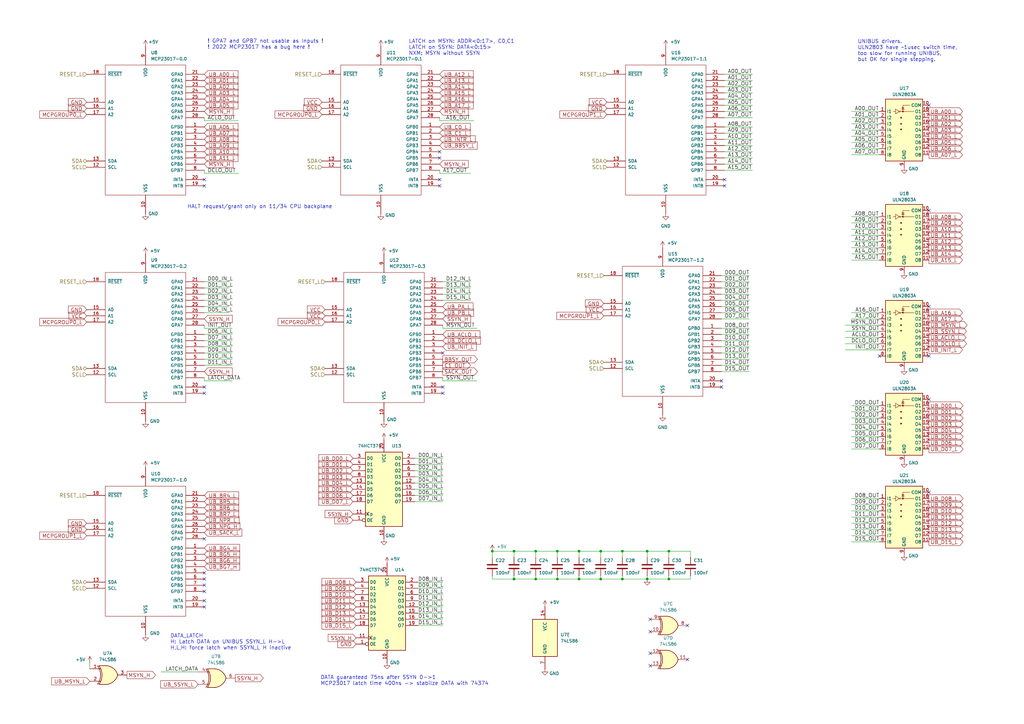
<source format=kicad_sch>
(kicad_sch (version 20231120) (generator "eeschema") (generator_version "8.0")
  (paper "A3")
  (title_block (date "2024-07-18"))
  (lib_symbols
    (symbol "74xx:74LS374"
      (property "Reference" "U" (at -7.62 16.51 0))
      (property "Value" "74LS374" (at -7.62 -16.51 0))
      (symbol "74LS374_1_0"
        (pin input inverted (at -12.7 -12.7 0) (length 5.08) (name "OE") (number "1"))
        (pin power_in line (at 0 -20.32 90) (length 5.08) (name "GND") (number "10"))
        (pin input clock (at -12.7 -10.16 0) (length 5.08) (name "Cp") (number "11"))
        (pin tri_state line (at 12.7 2.54 180) (length 5.08) (name "O4") (number "12"))
        (pin input line (at -12.7 2.54 0) (length 5.08) (name "D4") (number "13"))
        (pin input line (at -12.7 0 0) (length 5.08) (name "D5") (number "14"))
        (pin tri_state line (at 12.7 0 180) (length 5.08) (name "O5") (number "15"))
        (pin tri_state line (at 12.7 -2.54 180) (length 5.08) (name "O6") (number "16"))
        (pin input line (at -12.7 -2.54 0) (length 5.08) (name "D6") (number "17"))
        (pin input line (at -12.7 -5.08 0) (length 5.08) (name "D7") (number "18"))
        (pin tri_state line (at 12.7 -5.08 180) (length 5.08) (name "O7") (number "19"))
        (pin tri_state line (at 12.7 12.7 180) (length 5.08) (name "O0") (number "2"))
        (pin power_in line (at 0 20.32 270) (length 5.08) (name "VCC") (number "20"))
        (pin input line (at -12.7 12.7 0) (length 5.08) (name "D0") (number "3"))
        (pin input line (at -12.7 10.16 0) (length 5.08) (name "D1") (number "4"))
        (pin tri_state line (at 12.7 10.16 180) (length 5.08) (name "O1") (number "5"))
        (pin tri_state line (at 12.7 7.62 180) (length 5.08) (name "O2") (number "6"))
        (pin input line (at -12.7 7.62 0) (length 5.08) (name "D2") (number "7"))
        (pin input line (at -12.7 5.08 0) (length 5.08) (name "D3") (number "8"))
        (pin tri_state line (at 12.7 5.08 180) (length 5.08) (name "O3") (number "9"))
      )
    )
    (symbol "74xx:74LS86" (pin_names (offset 1.016))
      (property "Reference" "U" (at 0 1.27 0))
      (property "Value" "74LS86" (at 0 -1.27 0))
      (symbol "74LS86_1_0"
        (pin input line (at -7.62 2.54 0) (length 4.445) (name "~") (number "1"))
        (pin input line (at -7.62 -2.54 0) (length 4.445) (name "~") (number "2"))
        (pin output line (at 7.62 0 180) (length 3.81) (name "~") (number "3"))
      )
      (symbol "74LS86_2_0"
        (pin input line (at -7.62 2.54 0) (length 4.445) (name "~") (number "4"))
        (pin input line (at -7.62 -2.54 0) (length 4.445) (name "~") (number "5"))
        (pin output line (at 7.62 0 180) (length 3.81) (name "~") (number "6"))
      )
      (symbol "74LS86_3_0"
        (pin input line (at -7.62 -2.54 0) (length 4.445) (name "~") (number "10"))
        (pin output line (at 7.62 0 180) (length 3.81) (name "~") (number "8"))
        (pin input line (at -7.62 2.54 0) (length 4.445) (name "~") (number "9"))
      )
      (symbol "74LS86_4_0"
        (pin output line (at 7.62 0 180) (length 3.81) (name "~") (number "11"))
        (pin input line (at -7.62 2.54 0) (length 4.445) (name "~") (number "12"))
        (pin input line (at -7.62 -2.54 0) (length 4.445) (name "~") (number "13"))
      )
      (symbol "74LS86_5_0"
        (pin power_in line (at 0 12.7 270) (length 5.08) (name "VCC") (number "14"))
        (pin power_in line (at 0 -12.7 90) (length 5.08) (name "GND") (number "7"))
      )
    )
    (symbol "Device:C" (pin_numbers hide) (pin_names (offset 0.254))
      (property "Reference" "C" (at 0.635 2.54 0))
      (property "Value" "C" (at 0.635 -2.54 0))
      (symbol "C_1_1"
        (pin passive line (at 0 3.81 270) (length 2.794) (name "~") (number "1"))
        (pin passive line (at 0 -3.81 90) (length 2.794) (name "~") (number "2"))
      )
    )
    (symbol "Transistor_Array:ULN2803A"
      (property "Reference" "U" (at 0 13.335 0))
      (property "Value" "ULN2803A" (at 0 11.43 0))
      (symbol "ULN2803A_1_1"
        (pin input line (at -10.16 5.08 0) (length 2.54) (name "I1") (number "1"))
        (pin passive line (at 10.16 7.62 180) (length 2.54) (name "COM") (number "10"))
        (pin open_collector line (at 10.16 -12.7 180) (length 2.54) (name "O8") (number "11"))
        (pin open_collector line (at 10.16 -10.16 180) (length 2.54) (name "O7") (number "12"))
        (pin open_collector line (at 10.16 -7.62 180) (length 2.54) (name "O6") (number "13"))
        (pin open_collector line (at 10.16 -5.08 180) (length 2.54) (name "O5") (number "14"))
        (pin open_collector line (at 10.16 -2.54 180) (length 2.54) (name "O4") (number "15"))
        (pin open_collector line (at 10.16 0 180) (length 2.54) (name "O3") (number "16"))
        (pin open_collector line (at 10.16 2.54 180) (length 2.54) (name "O2") (number "17"))
        (pin open_collector line (at 10.16 5.08 180) (length 2.54) (name "O1") (number "18"))
        (pin input line (at -10.16 2.54 0) (length 2.54) (name "I2") (number "2"))
        (pin input line (at -10.16 0 0) (length 2.54) (name "I3") (number "3"))
        (pin input line (at -10.16 -2.54 0) (length 2.54) (name "I4") (number "4"))
        (pin input line (at -10.16 -5.08 0) (length 2.54) (name "I5") (number "5"))
        (pin input line (at -10.16 -7.62 0) (length 2.54) (name "I6") (number "6"))
        (pin input line (at -10.16 -10.16 0) (length 2.54) (name "I7") (number "7"))
        (pin input line (at -10.16 -12.7 0) (length 2.54) (name "I8") (number "8"))
        (pin power_in line (at 0 -17.78 90) (length 2.54) (name "GND") (number "9"))
      )
    )
    (symbol "jh:MCP23017" (pin_names (offset 1.016))
      (property "Reference" "U" (at -13.97 27.94 0))
      (property "Value" "MCP23017" (at 11.43 -27.94 0))
      (symbol "MCP23017_1_1"
        (pin tri_state line (at 24.13 1.27 180) (length 7.62) (name "GPB0") (number "1"))
        (pin power_in line (at 0 -34.29 90) (length 7.62) (name "VSS") (number "10"))
        (pin input line (at -24.13 -15.24 0) (length 7.62) (name "SCL") (number "12"))
        (pin tri_state line (at -24.13 -12.7 0) (length 7.62) (name "SDA") (number "13"))
        (pin input line (at -24.13 11.43 0) (length 7.62) (name "A0") (number "15"))
        (pin input line (at -24.13 8.89 0) (length 7.62) (name "A1") (number "16"))
        (pin input line (at -24.13 6.35 0) (length 7.62) (name "A2") (number "17"))
        (pin input line (at -24.13 22.86 0) (length 7.62) (name "~{RESET}") (number "18"))
        (pin output line (at 24.13 -22.86 180) (length 7.62) (name "INTB") (number "19"))
        (pin tri_state line (at 24.13 -1.27 180) (length 7.62) (name "GPB1") (number "2"))
        (pin output line (at 24.13 -20.32 180) (length 7.62) (name "INTA") (number "20"))
        (pin tri_state line (at 24.13 22.86 180) (length 7.62) (name "GPA0") (number "21"))
        (pin tri_state line (at 24.13 20.32 180) (length 7.62) (name "GPA1") (number "22"))
        (pin tri_state line (at 24.13 17.78 180) (length 7.62) (name "GPA2") (number "23"))
        (pin tri_state line (at 24.13 15.24 180) (length 7.62) (name "GPA3") (number "24"))
        (pin tri_state line (at 24.13 12.7 180) (length 7.62) (name "GPA4") (number "25"))
        (pin tri_state line (at 24.13 10.16 180) (length 7.62) (name "GPA5") (number "26"))
        (pin tri_state line (at 24.13 7.62 180) (length 7.62) (name "GPA6") (number "27"))
        (pin tri_state line (at 24.13 5.08 180) (length 7.62) (name "GPA7") (number "28"))
        (pin tri_state line (at 24.13 -3.81 180) (length 7.62) (name "GPB2") (number "3"))
        (pin tri_state line (at 24.13 -6.35 180) (length 7.62) (name "GPB3") (number "4"))
        (pin tri_state line (at 24.13 -8.89 180) (length 7.62) (name "GPB4") (number "5"))
        (pin tri_state line (at 24.13 -11.43 180) (length 7.62) (name "GPB5") (number "6"))
        (pin tri_state line (at 24.13 -13.97 180) (length 7.62) (name "GPB6") (number "7"))
        (pin tri_state line (at 24.13 -16.51 180) (length 7.62) (name "GPB7") (number "8"))
        (pin power_in line (at 0 34.29 270) (length 7.62) (name "VDD") (number "9"))
      )
    )
    (symbol "power:+5V" (power) (pin_numbers hide) (pin_names (offset 0) hide)
      (property "Value" "+5V" (at 0 3.556 0))
      (symbol "+5V_1_1"
        (pin power_in line (at 0 0 90) (length 0) (name "~") (number "1"))
      )
    )
    (symbol "power:GND" (power) (pin_numbers hide) (pin_names (offset 0) hide)
      (property "Value" "GND" (at 0 -3.81 0))
      (symbol "GND_1_1"
        (pin power_in line (at 0 0 270) (length 0) (name "~") (number "1"))
      )
    )
  )
  (junction (at 246.38 237.49))
  (junction (at 210.82 226.06))
  (junction (at 265.43 226.06))
  (junction (at 255.27 237.49))
  (junction (at 219.71 226.06))
  (junction (at 228.6 237.49))
  (junction (at 246.38 226.06))
  (junction (at 265.43 237.49))
  (junction (at 201.93 226.06))
  (junction (at 210.82 237.49))
  (junction (at 237.49 237.49))
  (junction (at 274.32 226.06))
  (junction (at 228.6 226.06))
  (junction (at 255.27 226.06))
  (junction (at 274.32 237.49))
  (junction (at 219.71 237.49))
  (junction (at 237.49 226.06))
  (no_connect (at 381 125.73))
  (no_connect (at 381 43.18))
  (no_connect (at 180.34 62.23))
  (no_connect (at 381 146.05))
  (no_connect (at 83.82 246.38))
  (no_connect (at 266.7 267.97))
  (no_connect (at 83.82 237.49))
  (no_connect (at 180.34 73.66))
  (no_connect (at 181.61 158.75))
  (no_connect (at 83.82 76.2))
  (no_connect (at 281.94 256.54))
  (no_connect (at 180.34 76.2))
  (no_connect (at 295.91 158.75))
  (no_connect (at 281.94 270.51))
  (no_connect (at 381 163.83))
  (no_connect (at 83.82 240.03))
  (no_connect (at 180.34 64.77))
  (no_connect (at 83.82 248.92))
  (no_connect (at 83.82 161.29))
  (no_connect (at 297.18 73.66))
  (no_connect (at 83.82 73.66))
  (no_connect (at 381 201.93))
  (no_connect (at 83.82 158.75))
  (no_connect (at 360.68 146.05))
  (no_connect (at 295.91 156.21))
  (no_connect (at 83.82 220.98))
  (no_connect (at 297.18 76.2))
  (no_connect (at 83.82 234.95))
  (no_connect (at 181.61 144.78))
  (no_connect (at 83.82 242.57))
  (no_connect (at 181.61 161.29))
  (no_connect (at 381 86.36))
  (no_connect (at 266.7 273.05))
  (no_connect (at 266.7 259.08))
  (no_connect (at 266.7 254))
  (wire (pts (xy 297.18 57.15) (xy 308.61 57.15)))
  (wire (pts (xy 283.21 236.22) (xy 283.21 237.49)))
  (wire (pts (xy 295.91 120.65) (xy 307.34 120.65)))
  (wire (pts (xy 180.34 49.53) (xy 194.31 49.53)))
  (wire (pts (xy 170.18 190.5) (xy 181.61 190.5)))
  (wire (pts (xy 349.25 101.6) (xy 360.68 101.6)))
  (wire (pts (xy 83.82 154.94) (xy 83.82 156.21)))
  (wire (pts (xy 210.82 236.22) (xy 210.82 237.49)))
  (wire (pts (xy 349.25 212.09) (xy 360.68 212.09)))
  (wire (pts (xy 36.83 271.78) (xy 36.83 274.32)))
  (wire (pts (xy 349.25 63.5) (xy 360.68 63.5)))
  (wire (pts (xy 295.91 128.27) (xy 307.34 128.27)))
  (wire (pts (xy 297.18 38.1) (xy 308.61 38.1)))
  (wire (pts (xy 83.82 139.7) (xy 95.25 139.7)))
  (wire (pts (xy 170.18 203.2) (xy 181.61 203.2)))
  (wire (pts (xy 83.82 147.32) (xy 95.25 147.32)))
  (wire (pts (xy 349.25 222.25) (xy 360.68 222.25)))
  (wire (pts (xy 181.61 123.19) (xy 193.04 123.19)))
  (wire (pts (xy 210.82 226.06) (xy 210.82 228.6)))
  (wire (pts (xy 297.18 64.77) (xy 308.61 64.77)))
  (wire (pts (xy 349.25 204.47) (xy 360.68 204.47)))
  (wire (pts (xy 66.04 275.59) (xy 81.28 275.59)))
  (wire (pts (xy 295.91 113.03) (xy 307.34 113.03)))
  (wire (pts (xy 201.93 226.06) (xy 210.82 226.06)))
  (wire (pts (xy 349.25 45.72) (xy 360.68 45.72)))
  (wire (pts (xy 349.25 214.63) (xy 360.68 214.63)))
  (wire (pts (xy 83.82 115.57) (xy 93.98 115.57)))
  (wire (pts (xy 295.91 144.78) (xy 307.34 144.78)))
  (wire (pts (xy 346.71 135.89) (xy 360.68 135.89)))
  (wire (pts (xy 171.45 248.92) (xy 181.61 248.92)))
  (wire (pts (xy 83.82 133.35) (xy 83.82 134.62)))
  (wire (pts (xy 181.61 120.65) (xy 193.04 120.65)))
  (wire (pts (xy 349.25 93.98) (xy 360.68 93.98)))
  (wire (pts (xy 83.82 123.19) (xy 93.98 123.19)))
  (wire (pts (xy 295.91 134.62) (xy 307.34 134.62)))
  (wire (pts (xy 181.61 156.21) (xy 195.58 156.21)))
  (wire (pts (xy 181.61 134.62) (xy 195.58 134.62)))
  (wire (pts (xy 180.34 69.85) (xy 180.34 71.12)))
  (wire (pts (xy 83.82 120.65) (xy 93.98 120.65)))
  (wire (pts (xy 349.25 168.91) (xy 360.68 168.91)))
  (wire (pts (xy 201.93 236.22) (xy 201.93 237.49)))
  (wire (pts (xy 210.82 226.06) (xy 219.71 226.06)))
  (wire (pts (xy 170.18 200.66) (xy 181.61 200.66)))
  (wire (pts (xy 201.93 226.06) (xy 201.93 228.6)))
  (wire (pts (xy 349.25 50.8) (xy 360.68 50.8)))
  (wire (pts (xy 219.71 226.06) (xy 228.6 226.06)))
  (wire (pts (xy 297.18 43.18) (xy 308.61 43.18)))
  (wire (pts (xy 295.91 142.24) (xy 307.34 142.24)))
  (wire (pts (xy 349.25 179.07) (xy 360.68 179.07)))
  (wire (pts (xy 181.61 115.57) (xy 193.04 115.57)))
  (wire (pts (xy 228.6 237.49) (xy 237.49 237.49)))
  (wire (pts (xy 170.18 198.12) (xy 181.61 198.12)))
  (wire (pts (xy 237.49 236.22) (xy 237.49 237.49)))
  (wire (pts (xy 83.82 137.16) (xy 95.25 137.16)))
  (wire (pts (xy 181.61 133.35) (xy 181.61 134.62)))
  (wire (pts (xy 171.45 246.38) (xy 181.61 246.38)))
  (wire (pts (xy 295.91 115.57) (xy 307.34 115.57)))
  (wire (pts (xy 349.25 99.06) (xy 360.68 99.06)))
  (wire (pts (xy 349.25 60.96) (xy 360.68 60.96)))
  (wire (pts (xy 83.82 144.78) (xy 95.25 144.78)))
  (wire (pts (xy 180.34 71.12) (xy 193.04 71.12)))
  (wire (pts (xy 83.82 125.73) (xy 93.98 125.73)))
  (wire (pts (xy 295.91 125.73) (xy 307.34 125.73)))
  (wire (pts (xy 237.49 237.49) (xy 246.38 237.49)))
  (wire (pts (xy 349.25 91.44) (xy 360.68 91.44)))
  (wire (pts (xy 297.18 67.31) (xy 308.61 67.31)))
  (wire (pts (xy 297.18 48.26) (xy 308.61 48.26)))
  (wire (pts (xy 349.25 48.26) (xy 360.68 48.26)))
  (wire (pts (xy 295.91 152.4) (xy 307.34 152.4)))
  (wire (pts (xy 346.71 140.97) (xy 360.68 140.97)))
  (wire (pts (xy 349.25 217.17) (xy 360.68 217.17)))
  (wire (pts (xy 180.34 48.26) (xy 180.34 49.53)))
  (wire (pts (xy 228.6 236.22) (xy 228.6 237.49)))
  (wire (pts (xy 228.6 226.06) (xy 237.49 226.06)))
  (wire (pts (xy 349.25 181.61) (xy 360.68 181.61)))
  (wire (pts (xy 83.82 49.53) (xy 97.79 49.53)))
  (wire (pts (xy 295.91 149.86) (xy 307.34 149.86)))
  (wire (pts (xy 83.82 118.11) (xy 93.98 118.11)))
  (wire (pts (xy 171.45 241.3) (xy 181.61 241.3)))
  (wire (pts (xy 246.38 226.06) (xy 255.27 226.06)))
  (wire (pts (xy 83.82 149.86) (xy 95.25 149.86)))
  (wire (pts (xy 297.18 59.69) (xy 308.61 59.69)))
  (wire (pts (xy 349.25 53.34) (xy 360.68 53.34)))
  (wire (pts (xy 181.61 118.11) (xy 193.04 118.11)))
  (wire (pts (xy 349.25 96.52) (xy 360.68 96.52)))
  (wire (pts (xy 170.18 187.96) (xy 181.61 187.96)))
  (wire (pts (xy 83.82 48.26) (xy 83.82 49.53)))
  (wire (pts (xy 171.45 238.76) (xy 181.61 238.76)))
  (wire (pts (xy 265.43 237.49) (xy 265.43 236.22)))
  (wire (pts (xy 349.25 88.9) (xy 360.68 88.9)))
  (wire (pts (xy 349.25 130.81) (xy 360.68 130.81)))
  (wire (pts (xy 297.18 33.02) (xy 308.61 33.02)))
  (wire (pts (xy 255.27 226.06) (xy 265.43 226.06)))
  (wire (pts (xy 295.91 147.32) (xy 307.34 147.32)))
  (wire (pts (xy 265.43 237.49) (xy 274.32 237.49)))
  (wire (pts (xy 349.25 58.42) (xy 360.68 58.42)))
  (wire (pts (xy 265.43 226.06) (xy 265.43 228.6)))
  (wire (pts (xy 297.18 62.23) (xy 308.61 62.23)))
  (wire (pts (xy 246.38 226.06) (xy 246.38 228.6)))
  (wire (pts (xy 246.38 236.22) (xy 246.38 237.49)))
  (wire (pts (xy 283.21 226.06) (xy 283.21 228.6)))
  (wire (pts (xy 255.27 226.06) (xy 255.27 228.6)))
  (wire (pts (xy 237.49 226.06) (xy 246.38 226.06)))
  (wire (pts (xy 349.25 128.27) (xy 360.68 128.27)))
  (wire (pts (xy 297.18 40.64) (xy 308.61 40.64)))
  (wire (pts (xy 237.49 226.06) (xy 237.49 228.6)))
  (wire (pts (xy 201.93 237.49) (xy 210.82 237.49)))
  (wire (pts (xy 349.25 209.55) (xy 360.68 209.55)))
  (wire (pts (xy 349.25 106.68) (xy 360.68 106.68)))
  (wire (pts (xy 170.18 195.58) (xy 181.61 195.58)))
  (wire (pts (xy 349.25 173.99) (xy 360.68 173.99)))
  (wire (pts (xy 349.25 219.71) (xy 360.68 219.71)))
  (wire (pts (xy 83.82 128.27) (xy 93.98 128.27)))
  (wire (pts (xy 295.91 139.7) (xy 307.34 139.7)))
  (wire (pts (xy 349.25 104.14) (xy 360.68 104.14)))
  (wire (pts (xy 255.27 237.49) (xy 265.43 237.49)))
  (wire (pts (xy 83.82 134.62) (xy 95.25 134.62)))
  (wire (pts (xy 83.82 69.85) (xy 83.82 71.12)))
  (wire (pts (xy 255.27 236.22) (xy 255.27 237.49)))
  (wire (pts (xy 349.25 166.37) (xy 360.68 166.37)))
  (wire (pts (xy 265.43 226.06) (xy 274.32 226.06)))
  (wire (pts (xy 346.71 143.51) (xy 360.68 143.51)))
  (wire (pts (xy 246.38 237.49) (xy 255.27 237.49)))
  (wire (pts (xy 349.25 171.45) (xy 360.68 171.45)))
  (wire (pts (xy 228.6 226.06) (xy 228.6 228.6)))
  (wire (pts (xy 83.82 71.12) (xy 97.79 71.12)))
  (wire (pts (xy 274.32 226.06) (xy 283.21 226.06)))
  (wire (pts (xy 83.82 156.21) (xy 95.25 156.21)))
  (wire (pts (xy 295.91 118.11) (xy 307.34 118.11)))
  (wire (pts (xy 170.18 193.04) (xy 181.61 193.04)))
  (wire (pts (xy 219.71 237.49) (xy 228.6 237.49)))
  (wire (pts (xy 297.18 35.56) (xy 308.61 35.56)))
  (wire (pts (xy 181.61 154.94) (xy 181.61 156.21)))
  (wire (pts (xy 171.45 256.54) (xy 181.61 256.54)))
  (wire (pts (xy 219.71 236.22) (xy 219.71 237.49)))
  (wire (pts (xy 274.32 237.49) (xy 283.21 237.49)))
  (wire (pts (xy 295.91 137.16) (xy 307.34 137.16)))
  (wire (pts (xy 171.45 254) (xy 181.61 254)))
  (wire (pts (xy 171.45 243.84) (xy 181.61 243.84)))
  (wire (pts (xy 219.71 226.06) (xy 219.71 228.6)))
  (wire (pts (xy 349.25 207.01) (xy 360.68 207.01)))
  (wire (pts (xy 297.18 45.72) (xy 308.61 45.72)))
  (wire (pts (xy 171.45 251.46) (xy 181.61 251.46)))
  (wire (pts (xy 349.25 184.15) (xy 360.68 184.15)))
  (wire (pts (xy 349.25 55.88) (xy 360.68 55.88)))
  (wire (pts (xy 170.18 205.74) (xy 181.61 205.74)))
  (wire (pts (xy 274.32 226.06) (xy 274.32 228.6)))
  (wire (pts (xy 295.91 130.81) (xy 307.34 130.81)))
  (wire (pts (xy 83.82 142.24) (xy 95.25 142.24)))
  (wire (pts (xy 274.32 236.22) (xy 274.32 237.49)))
  (wire (pts (xy 297.18 30.48) (xy 308.61 30.48)))
  (wire (pts (xy 346.71 138.43) (xy 360.68 138.43)))
  (wire (pts (xy 297.18 54.61) (xy 308.61 54.61)))
  (wire (pts (xy 349.25 176.53) (xy 360.68 176.53)))
  (wire (pts (xy 295.91 123.19) (xy 307.34 123.19)))
  (wire (pts (xy 346.71 133.35) (xy 360.68 133.35)))
  (wire (pts (xy 297.18 52.07) (xy 308.61 52.07)))
  (wire (pts (xy 210.82 237.49) (xy 219.71 237.49)))
  (wire (pts (xy 297.18 69.85) (xy 308.61 69.85)))
  (text "! GPA7 and GPB7 not usable as Inputs !\n! 2022 MCP23017 has a bug here !" (at 85.09 20.32 0) (effects (font (size 1.524 1.524)) (justify left bottom)))
  (text "LATCH on MSYN: ADDR<0:17>, C0,C1\nLATCH on SSYN: DATA<0:15>\nNXM: MSYN without SSYN" (at 167.64 22.86 0) (effects (font (size 1.524 1.524)) (justify left bottom)))
  (text "HALT request/grant only on 11/34 CPU backplane" (at 76.835 85.725 0) (effects (font (size 1.524 1.524)) (justify left bottom)))
  (text "UNIBUS drivers.\nULN2803 have ~1usec switch time,\ntoo slow for running UNIBUS,\nbut OK for single stepping." (at 351.79 25.4 0) (effects (font (size 1.524 1.524)) (justify left bottom)))
  (text "DATA guaranteed 75ns after SSYN 0->1\nMCP23017 latch time 400ns -> stabilze DATA with 74374" (at 131.445 281.305 0) (effects (font (size 1.524 1.524)) (justify left bottom)))
  (text "DATA_LATCH\nH: Latch DATA on UNIBUS SSYN_L H->L\nH,L,H: force latch when SSYN_L H inactive" (at 69.85 266.7 0) (effects (font (size 1.524 1.524)) (justify left bottom)))
  (label "D10_OUT" (at 350.52 209.55 0) (effects (font (size 1.524 1.524))))
  (label "D04_OUT" (at 297.18 123.19 0) (effects (font (size 1.524 1.524))))
  (label "D07_OUT" (at 350.52 184.15 0) (effects (font (size 1.524 1.524))))
  (label "A11_OUT" (at 298.45 59.69 0) (effects (font (size 1.524 1.524))))
  (label "A06_OUT" (at 350.52 60.96 0) (effects (font (size 1.524 1.524))))
  (label "D11_IN_L" (at 171.45 246.38 0) (effects (font (size 1.524 1.524))))
  (label "A13_OUT" (at 298.45 64.77 0) (effects (font (size 1.524 1.524))))
  (label "A01_OUT" (at 350.52 48.26 0) (effects (font (size 1.524 1.524))))
  (label "A04_OUT" (at 350.52 55.88 0) (effects (font (size 1.524 1.524))))
  (label "A07_OUT" (at 298.45 48.26 0) (effects (font (size 1.524 1.524))))
  (label "D07_IN_L" (at 85.09 139.7 0) (effects (font (size 1.524 1.524))))
  (label "D09_OUT" (at 297.18 137.16 0) (effects (font (size 1.524 1.524))))
  (label "DCLO_OUT" (at 85.09 71.12 0) (effects (font (size 1.524 1.524))))
  (label "D09_IN_L" (at 85.09 144.78 0) (effects (font (size 1.524 1.524))))
  (label "D14_IN_L" (at 171.45 254 0) (effects (font (size 1.524 1.524))))
  (label "MSYN_OUT" (at 360.68 133.35 180) (effects (font (size 1.524 1.524))))
  (label "A16_OUT" (at 182.88 49.53 0) (effects (font (size 1.524 1.524))))
  (label "INIT_OUT" (at 85.09 134.62 0) (effects (font (size 1.524 1.524))))
  (label "D01_IN_L" (at 171.45 190.5 0) (effects (font (size 1.524 1.524))))
  (label "D02_IN_L" (at 171.45 193.04 0) (effects (font (size 1.524 1.524))))
  (label "D06_OUT" (at 350.52 181.61 0) (effects (font (size 1.524 1.524))))
  (label "D05_IN_L" (at 171.45 200.66 0) (effects (font (size 1.524 1.524))))
  (label "D01_IN_L" (at 85.09 118.11 0) (effects (font (size 1.524 1.524))))
  (label "A10_OUT" (at 350.52 93.98 0) (effects (font (size 1.524 1.524))))
  (label "LATCH_DATA" (at 81.28 275.59 180) (effects (font (size 1.524 1.524))))
  (label "D08_IN_L" (at 85.09 142.24 0) (effects (font (size 1.524 1.524))))
  (label "D13_IN_L" (at 182.88 118.11 0) (effects (font (size 1.524 1.524))))
  (label "D10_OUT" (at 297.18 139.7 0) (effects (font (size 1.524 1.524))))
  (label "D04_IN_L" (at 85.09 125.73 0) (effects (font (size 1.524 1.524))))
  (label "A02_OUT" (at 298.45 35.56 0) (effects (font (size 1.524 1.524))))
  (label "A00_OUT" (at 298.45 30.48 0) (effects (font (size 1.524 1.524))))
  (label "D00_IN_L" (at 171.45 187.96 0) (effects (font (size 1.524 1.524))))
  (label "A15_OUT" (at 298.45 69.85 0) (effects (font (size 1.524 1.524))))
  (label "D13_OUT" (at 350.52 217.17 0) (effects (font (size 1.524 1.524))))
  (label "D15_IN_L" (at 171.45 256.54 0) (effects (font (size 1.524 1.524))))
  (label "D02_OUT" (at 297.18 118.11 0) (effects (font (size 1.524 1.524))))
  (label "D12_IN_L" (at 171.45 248.92 0) (effects (font (size 1.524 1.524))))
  (label "DCLO_OUT" (at 360.68 140.97 180) (effects (font (size 1.524 1.524))))
  (label "A17_OUT" (at 181.61 71.12 0) (effects (font (size 1.524 1.524))))
  (label "D00_IN_L" (at 85.09 115.57 0) (effects (font (size 1.524 1.524))))
  (label "D07_OUT" (at 297.18 130.81 0) (effects (font (size 1.524 1.524))))
  (label "A13_OUT" (at 350.52 101.6 0) (effects (font (size 1.524 1.524))))
  (label "A04_OUT" (at 298.45 40.64 0) (effects (font (size 1.524 1.524))))
  (label "D03_OUT" (at 350.52 173.99 0) (effects (font (size 1.524 1.524))))
  (label "D02_OUT" (at 350.52 171.45 0) (effects (font (size 1.524 1.524))))
  (label "D05_OUT" (at 297.18 125.73 0) (effects (font (size 1.524 1.524))))
  (label "SSYN_OUT" (at 182.88 156.21 0) (effects (font (size 1.524 1.524))))
  (label "D10_IN_L" (at 85.09 147.32 0) (effects (font (size 1.524 1.524))))
  (label "D15_OUT" (at 350.52 222.25 0) (effects (font (size 1.524 1.524))))
  (label "D09_IN_L" (at 171.45 241.3 0) (effects (font (size 1.524 1.524))))
  (label "D05_OUT" (at 350.52 179.07 0) (effects (font (size 1.524 1.524))))
  (label "A17_OUT" (at 360.68 130.81 180) (effects (font (size 1.524 1.524))))
  (label "D00_OUT" (at 297.18 113.03 0) (effects (font (size 1.524 1.524))))
  (label "D15_OUT" (at 297.18 152.4 0) (effects (font (size 1.524 1.524))))
  (label "SSYN_OUT" (at 360.68 135.89 180) (effects (font (size 1.524 1.524))))
  (label "A14_OUT" (at 298.45 67.31 0) (effects (font (size 1.524 1.524))))
  (label "D04_OUT" (at 350.52 176.53 0) (effects (font (size 1.524 1.524))))
  (label "D06_IN_L" (at 171.45 203.2 0) (effects (font (size 1.524 1.524))))
  (label "A01_OUT" (at 298.45 33.02 0) (effects (font (size 1.524 1.524))))
  (label "A12_OUT" (at 350.52 99.06 0) (effects (font (size 1.524 1.524))))
  (label "D05_IN_L" (at 85.09 128.27 0) (effects (font (size 1.524 1.524))))
  (label "A09_OUT" (at 350.52 91.44 0) (effects (font (size 1.524 1.524))))
  (label "D12_OUT" (at 350.52 214.63 0) (effects (font (size 1.524 1.524))))
  (label "D01_OUT" (at 297.18 115.57 0) (effects (font (size 1.524 1.524))))
  (label "D09_OUT" (at 350.52 207.01 0) (effects (font (size 1.524 1.524))))
  (label "A11_OUT" (at 350.52 96.52 0) (effects (font (size 1.524 1.524))))
  (label "D13_OUT" (at 297.18 147.32 0) (effects (font (size 1.524 1.524))))
  (label "A16_OUT" (at 360.68 128.27 180) (effects (font (size 1.524 1.524))))
  (label "LATCH_DATA" (at 85.09 156.21 0) (effects (font (size 1.524 1.524))))
  (label "D01_OUT" (at 350.52 168.91 0) (effects (font (size 1.524 1.524))))
  (label "D14_IN_L" (at 182.88 120.65 0) (effects (font (size 1.524 1.524))))
  (label "A14_OUT" (at 350.52 104.14 0) (effects (font (size 1.524 1.524))))
  (label "A10_OUT" (at 298.45 57.15 0) (effects (font (size 1.524 1.524))))
  (label "A06_OUT" (at 298.45 45.72 0) (effects (font (size 1.524 1.524))))
  (label "D07_IN_L" (at 171.45 205.74 0) (effects (font (size 1.524 1.524))))
  (label "D08_OUT" (at 297.18 134.62 0) (effects (font (size 1.524 1.524))))
  (label "A07_OUT" (at 350.52 63.5 0) (effects (font (size 1.524 1.524))))
  (label "A08_OUT" (at 298.45 52.07 0) (effects (font (size 1.524 1.524))))
  (label "D11_IN_L" (at 85.09 149.86 0) (effects (font (size 1.524 1.524))))
  (label "A03_OUT" (at 350.52 53.34 0) (effects (font (size 1.524 1.524))))
  (label "D11_OUT" (at 297.18 142.24 0) (effects (font (size 1.524 1.524))))
  (label "D03_OUT" (at 297.18 120.65 0) (effects (font (size 1.524 1.524))))
  (label "A08_OUT" (at 350.52 88.9 0) (effects (font (size 1.524 1.524))))
  (label "D12_OUT" (at 297.18 144.78 0) (effects (font (size 1.524 1.524))))
  (label "D02_IN_L" (at 85.09 120.65 0) (effects (font (size 1.524 1.524))))
  (label "D13_IN_L" (at 171.45 251.46 0) (effects (font (size 1.524 1.524))))
  (label "D03_IN_L" (at 85.09 123.19 0) (effects (font (size 1.524 1.524))))
  (label "D06_OUT" (at 297.18 128.27 0) (effects (font (size 1.524 1.524))))
  (label "D10_IN_L" (at 171.45 243.84 0) (effects (font (size 1.524 1.524))))
  (label "MSYN_OUT" (at 182.88 134.62 0) (effects (font (size 1.524 1.524))))
  (label "A05_OUT" (at 298.45 43.18 0) (effects (font (size 1.524 1.524))))
  (label "D06_IN_L" (at 85.09 137.16 0) (effects (font (size 1.524 1.524))))
  (label "A12_OUT" (at 298.45 62.23 0) (effects (font (size 1.524 1.524))))
  (label "D03_IN_L" (at 171.45 195.58 0) (effects (font (size 1.524 1.524))))
  (label "D14_OUT" (at 350.52 219.71 0) (effects (font (size 1.524 1.524))))
  (label "A05_OUT" (at 350.52 58.42 0) (effects (font (size 1.524 1.524))))
  (label "D11_OUT" (at 350.52 212.09 0) (effects (font (size 1.524 1.524))))
  (label "A03_OUT" (at 298.45 38.1 0) (effects (font (size 1.524 1.524))))
  (label "ACLO_OUT" (at 360.68 138.43 180) (effects (font (size 1.524 1.524))))
  (label "D15_IN_L" (at 182.88 123.19 0) (effects (font (size 1.524 1.524))))
  (label "D00_OUT" (at 350.52 166.37 0) (effects (font (size 1.524 1.524))))
  (label "A02_OUT" (at 350.52 50.8 0) (effects (font (size 1.524 1.524))))
  (label "ACLO_OUT" (at 85.09 49.53 0) (effects (font (size 1.524 1.524))))
  (label "D08_IN_L" (at 171.45 238.76 0) (effects (font (size 1.524 1.524))))
  (label "D14_OUT" (at 297.18 149.86 0) (effects (font (size 1.524 1.524))))
  (label "A00_OUT" (at 350.52 45.72 0) (effects (font (size 1.524 1.524))))
  (label "INIT_OUT" (at 360.68 143.51 180) (effects (font (size 1.524 1.524))))
  (label "A15_OUT" (at 350.52 106.68 0) (effects (font (size 1.524 1.524))))
  (label "D04_IN_L" (at 171.45 198.12 0) (effects (font (size 1.524 1.524))))
  (label "A09_OUT" (at 298.45 54.61 0) (effects (font (size 1.524 1.524))))
  (label "D08_OUT" (at 350.52 204.47 0) (effects (font (size 1.524 1.524))))
  (label "D12_IN_L" (at 182.88 115.57 0) (effects (font (size 1.524 1.524))))
  (global_label "MCPGROUP0_L" (shape input) (at 35.56 132.08 180) (effects (font (size 1.524 1.524))) (property "Intersheetrefs" "${INTERSHEET_REFS}" (effects (hide yes))))
  (global_label "UB_INTR_L" (shape input) (at 180.34 57.15 0) (effects (font (size 1.524 1.524))) (property "Intersheetrefs" "${INTERSHEET_REFS}" (effects (hide yes))))
  (global_label "UB_A08_L" (shape input) (at 83.82 57.15 0) (effects (font (size 1.524 1.524))) (property "Intersheetrefs" "${INTERSHEET_REFS}" (effects (hide yes))))
  (global_label "UB_A05_L" (shape input) (at 83.82 43.18 0) (effects (font (size 1.524 1.524))) (property "Intersheetrefs" "${INTERSHEET_REFS}" (effects (hide yes))))
  (global_label "UB_PA_L" (shape input) (at 181.61 125.73 0) (effects (font (size 1.524 1.524))) (property "Intersheetrefs" "${INTERSHEET_REFS}" (effects (hide yes))))
  (global_label "UB_ACLO_L" (shape output) (at 381 138.43 0) (effects (font (size 1.524 1.524))) (property "Intersheetrefs" "${INTERSHEET_REFS}" (effects (hide yes))))
  (global_label "UB_MSYN_L" (shape output) (at 381 133.35 0) (effects (font (size 1.524 1.524))) (property "Intersheetrefs" "${INTERSHEET_REFS}" (effects (hide yes))))
  (global_label "UB_D02_L" (shape input) (at 144.78 193.04 180) (effects (font (size 1.524 1.524))) (property "Intersheetrefs" "${INTERSHEET_REFS}" (effects (hide yes))))
  (global_label "UB_MSYN_L" (shape input) (at 36.83 279.4 180) (effects (font (size 1.524 1.524))) (property "Intersheetrefs" "${INTERSHEET_REFS}" (effects (hide yes))))
  (global_label "UB_D00_L" (shape input) (at 144.78 187.96 180) (effects (font (size 1.524 1.524))) (property "Intersheetrefs" "${INTERSHEET_REFS}" (effects (hide yes))))
  (global_label "UB_A03_L" (shape output) (at 381 53.34 0) (effects (font (size 1.524 1.524))) (property "Intersheetrefs" "${INTERSHEET_REFS}" (effects (hide yes))))
  (global_label "UB_BR4_L" (shape input) (at 83.82 203.2 0) (effects (font (size 1.524 1.524))) (property "Intersheetrefs" "${INTERSHEET_REFS}" (effects (hide yes))))
  (global_label "UB_D03_L" (shape output) (at 381 173.99 0) (effects (font (size 1.524 1.524))) (property "Intersheetrefs" "${INTERSHEET_REFS}" (effects (hide yes))))
  (global_label "UB_A08_L" (shape output) (at 381 88.9 0) (effects (font (size 1.524 1.524))) (property "Intersheetrefs" "${INTERSHEET_REFS}" (effects (hide yes))))
  (global_label "UB_D07_L" (shape input) (at 144.78 205.74 180) (effects (font (size 1.524 1.524))) (property "Intersheetrefs" "${INTERSHEET_REFS}" (effects (hide yes))))
  (global_label "UB_DCLO_L" (shape output) (at 381 140.97 0) (effects (font (size 1.524 1.524))) (property "Intersheetrefs" "${INTERSHEET_REFS}" (effects (hide yes))))
  (global_label "UB_BR7_L" (shape input) (at 83.82 210.82 0) (effects (font (size 1.524 1.524))) (property "Intersheetrefs" "${INTERSHEET_REFS}" (effects (hide yes))))
  (global_label "UB_D15_L" (shape output) (at 381 222.25 0) (effects (font (size 1.524 1.524))) (property "Intersheetrefs" "${INTERSHEET_REFS}" (effects (hide yes))))
  (global_label "MCPGROUP1_L" (shape input) (at 247.65 129.54 180) (effects (font (size 1.524 1.524))) (property "Intersheetrefs" "${INTERSHEET_REFS}" (effects (hide yes))))
  (global_label "UB_D14_L" (shape output) (at 381 219.71 0) (effects (font (size 1.524 1.524))) (property "Intersheetrefs" "${INTERSHEET_REFS}" (effects (hide yes))))
  (global_label "UB_BR6_L" (shape input) (at 83.82 208.28 0) (effects (font (size 1.524 1.524))) (property "Intersheetrefs" "${INTERSHEET_REFS}" (effects (hide yes))))
  (global_label "UB_A00_L" (shape input) (at 83.82 30.48 0) (effects (font (size 1.524 1.524))) (property "Intersheetrefs" "${INTERSHEET_REFS}" (effects (hide yes))))
  (global_label "SSYN_H" (shape output) (at 96.52 278.13 0) (effects (font (size 1.524 1.524))) (property "Intersheetrefs" "${INTERSHEET_REFS}" (effects (hide yes))))
  (global_label "MSYN_H" (shape input) (at 83.82 45.72 0) (effects (font (size 1.524 1.524))) (property "Intersheetrefs" "${INTERSHEET_REFS}" (effects (hide yes))))
  (global_label "VCC" (shape input) (at 35.56 129.54 180) (effects (font (size 1.524 1.524))) (property "Intersheetrefs" "${INTERSHEET_REFS}" (effects (hide yes))))
  (global_label "UB_D14_L" (shape input) (at 146.05 254 180) (effects (font (size 1.524 1.524))) (property "Intersheetrefs" "${INTERSHEET_REFS}" (effects (hide yes))))
  (global_label "GND" (shape input) (at 132.08 44.45 180) (effects (font (size 1.524 1.524))) (property "Intersheetrefs" "${INTERSHEET_REFS}" (effects (hide yes))))
  (global_label "UB_A16_L" (shape input) (at 180.34 40.64 0) (effects (font (size 1.524 1.524))) (property "Intersheetrefs" "${INTERSHEET_REFS}" (effects (hide yes))))
  (global_label "UB_D01_L" (shape input) (at 144.78 190.5 180) (effects (font (size 1.524 1.524))) (property "Intersheetrefs" "${INTERSHEET_REFS}" (effects (hide yes))))
  (global_label "UB_BR5_L" (shape input) (at 83.82 205.74 0) (effects (font (size 1.524 1.524))) (property "Intersheetrefs" "${INTERSHEET_REFS}" (effects (hide yes))))
  (global_label "UB_D10_L" (shape output) (at 381 209.55 0) (effects (font (size 1.524 1.524))) (property "Intersheetrefs" "${INTERSHEET_REFS}" (effects (hide yes))))
  (global_label "UB_A10_L" (shape input) (at 83.82 62.23 0) (effects (font (size 1.524 1.524))) (property "Intersheetrefs" "${INTERSHEET_REFS}" (effects (hide yes))))
  (global_label "GND" (shape input) (at 35.56 44.45 180) (effects (font (size 1.524 1.524))) (property "Intersheetrefs" "${INTERSHEET_REFS}" (effects (hide yes))))
  (global_label "UB_D02_L" (shape output) (at 381 171.45 0) (effects (font (size 1.524 1.524))) (property "Intersheetrefs" "${INTERSHEET_REFS}" (effects (hide yes))))
  (global_label "SSYN_H" (shape input) (at 144.78 210.82 180) (effects (font (size 1.524 1.524))) (property "Intersheetrefs" "${INTERSHEET_REFS}" (effects (hide yes))))
  (global_label "UB_D08_L" (shape output) (at 381 204.47 0) (effects (font (size 1.524 1.524))) (property "Intersheetrefs" "${INTERSHEET_REFS}" (effects (hide yes))))
  (global_label "UB_NPR_L" (shape input) (at 83.82 213.36 0) (effects (font (size 1.524 1.524))) (property "Intersheetrefs" "${INTERSHEET_REFS}" (effects (hide yes))))
  (global_label "UB_D06_L" (shape output) (at 381 181.61 0) (effects (font (size 1.524 1.524))) (property "Intersheetrefs" "${INTERSHEET_REFS}" (effects (hide yes))))
  (global_label "SSYN_H" (shape input) (at 146.05 261.62 180) (effects (font (size 1.524 1.524))) (property "Intersheetrefs" "${INTERSHEET_REFS}" (effects (hide yes))))
  (global_label "UB_D04_L" (shape output) (at 381 176.53 0) (effects (font (size 1.524 1.524))) (property "Intersheetrefs" "${INTERSHEET_REFS}" (effects (hide yes))))
  (global_label "UB_C0_L" (shape input) (at 180.34 52.07 0) (effects (font (size 1.524 1.524))) (property "Intersheetrefs" "${INTERSHEET_REFS}" (effects (hide yes))))
  (global_label "UB_A06_L" (shape input) (at 83.82 52.07 0) (effects (font (size 1.524 1.524))) (property "Intersheetrefs" "${INTERSHEET_REFS}" (effects (hide yes))))
  (global_label "VCC" (shape input) (at 247.65 127 180) (effects (font (size 1.524 1.524))) (property "Intersheetrefs" "${INTERSHEET_REFS}" (effects (hide yes))))
  (global_label "UB_A11_L" (shape output) (at 381 96.52 0) (effects (font (size 1.524 1.524))) (property "Intersheetrefs" "${INTERSHEET_REFS}" (effects (hide yes))))
  (global_label "UB_BG7_H" (shape input) (at 83.82 232.41 0) (effects (font (size 1.524 1.524))) (property "Intersheetrefs" "${INTERSHEET_REFS}" (effects (hide yes))))
  (global_label "UB_A04_L" (shape input) (at 83.82 40.64 0) (effects (font (size 1.524 1.524))) (property "Intersheetrefs" "${INTERSHEET_REFS}" (effects (hide yes))))
  (global_label "UB_D05_L" (shape output) (at 381 179.07 0) (effects (font (size 1.524 1.524))) (property "Intersheetrefs" "${INTERSHEET_REFS}" (effects (hide yes))))
  (global_label "UB_A14_L" (shape output) (at 381 104.14 0) (effects (font (size 1.524 1.524))) (property "Intersheetrefs" "${INTERSHEET_REFS}" (effects (hide yes))))
  (global_label "UB_D04_L" (shape input) (at 144.78 198.12 180) (effects (font (size 1.524 1.524))) (property "Intersheetrefs" "${INTERSHEET_REFS}" (effects (hide yes))))
  (global_label "UB_D13_L" (shape input) (at 146.05 251.46 180) (effects (font (size 1.524 1.524))) (property "Intersheetrefs" "${INTERSHEET_REFS}" (effects (hide yes))))
  (global_label "MCPGROUP0_L" (shape input) (at 35.56 46.99 180) (effects (font (size 1.524 1.524))) (property "Intersheetrefs" "${INTERSHEET_REFS}" (effects (hide yes))))
  (global_label "UB_A11_L" (shape input) (at 83.82 64.77 0) (effects (font (size 1.524 1.524))) (property "Intersheetrefs" "${INTERSHEET_REFS}" (effects (hide yes))))
  (global_label "GND" (shape input) (at 35.56 214.63 180) (effects (font (size 1.524 1.524))) (property "Intersheetrefs" "${INTERSHEET_REFS}" (effects (hide yes))))
  (global_label "UB_D10_L" (shape input) (at 146.05 243.84 180) (effects (font (size 1.524 1.524))) (property "Intersheetrefs" "${INTERSHEET_REFS}" (effects (hide yes))))
  (global_label "SACK_OUT" (shape output) (at 181.61 152.4 0) (effects (font (size 1.524 1.524))) (property "Intersheetrefs" "${INTERSHEET_REFS}" (effects (hide yes))))
  (global_label "UB_A07_L" (shape input) (at 83.82 54.61 0) (effects (font (size 1.524 1.524))) (property "Intersheetrefs" "${INTERSHEET_REFS}" (effects (hide yes))))
  (global_label "UB_D00_L" (shape output) (at 381 166.37 0) (effects (font (size 1.524 1.524))) (property "Intersheetrefs" "${INTERSHEET_REFS}" (effects (hide yes))))
  (global_label "GND" (shape input) (at 247.65 124.46 180) (effects (font (size 1.524 1.524))) (property "Intersheetrefs" "${INTERSHEET_REFS}" (effects (hide yes))))
  (global_label "UB_A02_L" (shape input) (at 83.82 35.56 0) (effects (font (size 1.524 1.524))) (property "Intersheetrefs" "${INTERSHEET_REFS}" (effects (hide yes))))
  (global_label "UB_A04_L" (shape output) (at 381 55.88 0) (effects (font (size 1.524 1.524))) (property "Intersheetrefs" "${INTERSHEET_REFS}" (effects (hide yes))))
  (global_label "MSYN_H" (shape output) (at 52.07 276.86 0) (effects (font (size 1.524 1.524))) (property "Intersheetrefs" "${INTERSHEET_REFS}" (effects (hide yes))))
  (global_label "UB_INIT_L" (shape output) (at 381 143.51 0) (effects (font (size 1.524 1.524))) (property "Intersheetrefs" "${INTERSHEET_REFS}" (effects (hide yes))))
  (global_label "UB_A01_L" (shape output) (at 381 48.26 0) (effects (font (size 1.524 1.524))) (property "Intersheetrefs" "${INTERSHEET_REFS}" (effects (hide yes))))
  (global_label "MSYN_H" (shape input) (at 180.34 67.31 0) (effects (font (size 1.524 1.524))) (property "Intersheetrefs" "${INTERSHEET_REFS}" (effects (hide yes))))
  (global_label "UB_D01_L" (shape output) (at 381 168.91 0) (effects (font (size 1.524 1.524))) (property "Intersheetrefs" "${INTERSHEET_REFS}" (effects (hide yes))))
  (global_label "UB_A13_L" (shape output) (at 381 101.6 0) (effects (font (size 1.524 1.524))) (property "Intersheetrefs" "${INTERSHEET_REFS}" (effects (hide yes))))
  (global_label "UB_A17_L" (shape input) (at 180.34 43.18 0) (effects (font (size 1.524 1.524))) (property "Intersheetrefs" "${INTERSHEET_REFS}" (effects (hide yes))))
  (global_label "UB_A10_L" (shape output) (at 381 93.98 0) (effects (font (size 1.524 1.524))) (property "Intersheetrefs" "${INTERSHEET_REFS}" (effects (hide yes))))
  (global_label "MCPGROUP1_L" (shape input) (at 35.56 219.71 180) (effects (font (size 1.524 1.524))) (property "Intersheetrefs" "${INTERSHEET_REFS}" (effects (hide yes))))
  (global_label "UB_D12_L" (shape output) (at 381 214.63 0) (effects (font (size 1.524 1.524))) (property "Intersheetrefs" "${INTERSHEET_REFS}" (effects (hide yes))))
  (global_label "UB_SACK_L" (shape input) (at 83.82 218.44 0) (effects (font (size 1.524 1.524))) (property "Intersheetrefs" "${INTERSHEET_REFS}" (effects (hide yes))))
  (global_label "UB_A13_L" (shape input) (at 180.34 33.02 0) (effects (font (size 1.524 1.524))) (property "Intersheetrefs" "${INTERSHEET_REFS}" (effects (hide yes))))
  (global_label "UB_D09_L" (shape output) (at 381 207.01 0) (effects (font (size 1.524 1.524))) (property "Intersheetrefs" "${INTERSHEET_REFS}" (effects (hide yes))))
  (global_label "VCC" (shape input) (at 132.08 41.91 180) (effects (font (size 1.524 1.524))) (property "Intersheetrefs" "${INTERSHEET_REFS}" (effects (hide yes))))
  (global_label "UB_D05_L" (shape input) (at 144.78 200.66 180) (effects (font (size 1.524 1.524))) (property "Intersheetrefs" "${INTERSHEET_REFS}" (effects (hide yes))))
  (global_label "SSYN_H" (shape input) (at 83.82 152.4 0) (effects (font (size 1.524 1.524))) (property "Intersheetrefs" "${INTERSHEET_REFS}" (effects (hide yes))))
  (global_label "UB_A15_L" (shape output) (at 381 106.68 0) (effects (font (size 1.524 1.524))) (property "Intersheetrefs" "${INTERSHEET_REFS}" (effects (hide yes))))
  (global_label "UB_INIT_L" (shape input) (at 181.61 142.24 0) (effects (font (size 1.524 1.524))) (property "Intersheetrefs" "${INTERSHEET_REFS}" (effects (hide yes))))
  (global_label "UB_A14_L" (shape input) (at 180.34 35.56 0) (effects (font (size 1.524 1.524))) (property "Intersheetrefs" "${INTERSHEET_REFS}" (effects (hide yes))))
  (global_label "GND" (shape input) (at 35.56 217.17 180) (effects (font (size 1.524 1.524))) (property "Intersheetrefs" "${INTERSHEET_REFS}" (effects (hide yes))))
  (global_label "UB_BG5_H" (shape input) (at 83.82 227.33 0) (effects (font (size 1.524 1.524))) (property "Intersheetrefs" "${INTERSHEET_REFS}" (effects (hide yes))))
  (global_label "MSYN_H" (shape input) (at 83.82 67.31 0) (effects (font (size 1.524 1.524))) (property "Intersheetrefs" "${INTERSHEET_REFS}" (effects (hide yes))))
  (global_label "UB_D09_L" (shape input) (at 146.05 241.3 180) (effects (font (size 1.524 1.524))) (property "Intersheetrefs" "${INTERSHEET_REFS}" (effects (hide yes))))
  (global_label "VCC" (shape input) (at 248.92 41.91 180) (effects (font (size 1.524 1.524))) (property "Intersheetrefs" "${INTERSHEET_REFS}" (effects (hide yes))))
  (global_label "UB_D08_L" (shape input) (at 146.05 238.76 180) (effects (font (size 1.524 1.524))) (property "Intersheetrefs" "${INTERSHEET_REFS}" (effects (hide yes))))
  (global_label "GND" (shape input) (at 35.56 127 180) (effects (font (size 1.524 1.524))) (property "Intersheetrefs" "${INTERSHEET_REFS}" (effects (hide yes))))
  (global_label "UB_BG6_H" (shape input) (at 83.82 229.87 0) (effects (font (size 1.524 1.524))) (property "Intersheetrefs" "${INTERSHEET_REFS}" (effects (hide yes))))
  (global_label "MSYN_H" (shape input) (at 180.34 45.72 0) (effects (font (size 1.524 1.524))) (property "Intersheetrefs" "${INTERSHEET_REFS}" (effects (hide yes))))
  (global_label "UB_ACLO_L" (shape input) (at 181.61 137.16 0) (effects (font (size 1.524 1.524))) (property "Intersheetrefs" "${INTERSHEET_REFS}" (effects (hide yes))))
  (global_label "UB_BBSY_L" (shape input) (at 180.34 59.69 0) (effects (font (size 1.524 1.524))) (property "Intersheetrefs" "${INTERSHEET_REFS}" (effects (hide yes))))
  (global_label "UB_A09_L" (shape input) (at 83.82 59.69 0) (effects (font (size 1.524 1.524))) (property "Intersheetrefs" "${INTERSHEET_REFS}" (effects (hide yes))))
  (global_label "UB_A12_L" (shape input) (at 180.34 30.48 0) (effects (font (size 1.524 1.524))) (property "Intersheetrefs" "${INTERSHEET_REFS}" (effects (hide yes))))
  (global_label "UB_A00_L" (shape output) (at 381 45.72 0) (effects (font (size 1.524 1.524))) (property "Intersheetrefs" "${INTERSHEET_REFS}" (effects (hide yes))))
  (global_label "UB_A03_L" (shape input) (at 83.82 38.1 0) (effects (font (size 1.524 1.524))) (property "Intersheetrefs" "${INTERSHEET_REFS}" (effects (hide yes))))
  (global_label "UB_SSYN_L" (shape output) (at 381 135.89 0) (effects (font (size 1.524 1.524))) (property "Intersheetrefs" "${INTERSHEET_REFS}" (effects (hide yes))))
  (global_label "GND" (shape input) (at 144.78 213.36 180) (effects (font (size 1.524 1.524))) (property "Intersheetrefs" "${INTERSHEET_REFS}" (effects (hide yes))))
  (global_label "UB_D07_L" (shape output) (at 381 184.15 0) (effects (font (size 1.524 1.524))) (property "Intersheetrefs" "${INTERSHEET_REFS}" (effects (hide yes))))
  (global_label "UB_BG4_H" (shape input) (at 83.82 224.79 0) (effects (font (size 1.524 1.524))) (property "Intersheetrefs" "${INTERSHEET_REFS}" (effects (hide yes))))
  (global_label "GND" (shape input) (at 146.05 264.16 180) (effects (font (size 1.524 1.524))) (property "Intersheetrefs" "${INTERSHEET_REFS}" (effects (hide yes))))
  (global_label "UB_D11_L" (shape input) (at 146.05 246.38 180) (effects (font (size 1.524 1.524))) (property "Intersheetrefs" "${INTERSHEET_REFS}" (effects (hide yes))))
  (global_label "UB_D12_L" (shape input) (at 146.05 248.92 180) (effects (font (size 1.524 1.524))) (property "Intersheetrefs" "${INTERSHEET_REFS}" (effects (hide yes))))
  (global_label "GND" (shape input) (at 35.56 41.91 180) (effects (font (size 1.524 1.524))) (property "Intersheetrefs" "${INTERSHEET_REFS}" (effects (hide yes))))
  (global_label "SSYN_H" (shape input) (at 83.82 130.81 0) (effects (font (size 1.524 1.524))) (property "Intersheetrefs" "${INTERSHEET_REFS}" (effects (hide yes))))
  (global_label "UB_D03_L" (shape input) (at 144.78 195.58 180) (effects (font (size 1.524 1.524))) (property "Intersheetrefs" "${INTERSHEET_REFS}" (effects (hide yes))))
  (global_label "C1_OUT" (shape output) (at 181.61 149.86 0) (effects (font (size 1.524 1.524))) (property "Intersheetrefs" "${INTERSHEET_REFS}" (effects (hide yes))))
  (global_label "UB_A12_L" (shape output) (at 381 99.06 0) (effects (font (size 1.524 1.524))) (property "Intersheetrefs" "${INTERSHEET_REFS}" (effects (hide yes))))
  (global_label "UB_A06_L" (shape output) (at 381 60.96 0) (effects (font (size 1.524 1.524))) (property "Intersheetrefs" "${INTERSHEET_REFS}" (effects (hide yes))))
  (global_label "UB_DCLO_L" (shape input) (at 181.61 139.7 0) (effects (font (size 1.524 1.524))) (property "Intersheetrefs" "${INTERSHEET_REFS}" (effects (hide yes))))
  (global_label "GND" (shape input) (at 248.92 44.45 180) (effects (font (size 1.524 1.524))) (property "Intersheetrefs" "${INTERSHEET_REFS}" (effects (hide yes))))
  (global_label "UB_A01_L" (shape input) (at 83.82 33.02 0) (effects (font (size 1.524 1.524))) (property "Intersheetrefs" "${INTERSHEET_REFS}" (effects (hide yes))))
  (global_label "UB_A05_L" (shape output) (at 381 58.42 0) (effects (font (size 1.524 1.524))) (property "Intersheetrefs" "${INTERSHEET_REFS}" (effects (hide yes))))
  (global_label "UB_D06_L" (shape input) (at 144.78 203.2 180) (effects (font (size 1.524 1.524))) (property "Intersheetrefs" "${INTERSHEET_REFS}" (effects (hide yes))))
  (global_label "MCPGROUP0_L" (shape input) (at 132.08 46.99 180) (effects (font (size 1.524 1.524))) (property "Intersheetrefs" "${INTERSHEET_REFS}" (effects (hide yes))))
  (global_label "UB_A15_L" (shape input) (at 180.34 38.1 0) (effects (font (size 1.524 1.524))) (property "Intersheetrefs" "${INTERSHEET_REFS}" (effects (hide yes))))
  (global_label "UB_A07_L" (shape output) (at 381 63.5 0) (effects (font (size 1.524 1.524))) (property "Intersheetrefs" "${INTERSHEET_REFS}" (effects (hide yes))))
  (global_label "UB_A16_L" (shape output) (at 381 128.27 0) (effects (font (size 1.524 1.524))) (property "Intersheetrefs" "${INTERSHEET_REFS}" (effects (hide yes))))
  (global_label "UB_A02_L" (shape output) (at 381 50.8 0) (effects (font (size 1.524 1.524))) (property "Intersheetrefs" "${INTERSHEET_REFS}" (effects (hide yes))))
  (global_label "UB_NPG_H" (shape input) (at 83.82 215.9 0) (effects (font (size 1.524 1.524))) (property "Intersheetrefs" "${INTERSHEET_REFS}" (effects (hide yes))))
  (global_label "SSYN_H" (shape input) (at 181.61 130.81 0) (effects (font (size 1.524 1.524))) (property "Intersheetrefs" "${INTERSHEET_REFS}" (effects (hide yes))))
  (global_label "MCPGROUP1_L" (shape input) (at 248.92 46.99 180) (effects (font (size 1.524 1.524))) (property "Intersheetrefs" "${INTERSHEET_REFS}" (effects (hide yes))))
  (global_label "MCPGROUP0_L" (shape input) (at 133.35 132.08 180) (effects (font (size 1.524 1.524))) (property "Intersheetrefs" "${INTERSHEET_REFS}" (effects (hide yes))))
  (global_label "UB_C1_L" (shape input) (at 180.34 54.61 0) (effects (font (size 1.524 1.524))) (property "Intersheetrefs" "${INTERSHEET_REFS}" (effects (hide yes))))
  (global_label "UB_A09_L" (shape output) (at 381 91.44 0) (effects (font (size 1.524 1.524))) (property "Intersheetrefs" "${INTERSHEET_REFS}" (effects (hide yes))))
  (global_label "VCC" (shape input) (at 133.35 127 180) (effects (font (size 1.524 1.524))) (property "Intersheetrefs" "${INTERSHEET_REFS}" (effects (hide yes))))
  (global_label "UB_D15_L" (shape input) (at 146.05 256.54 180) (effects (font (size 1.524 1.524))) (property "Intersheetrefs" "${INTERSHEET_REFS}" (effects (hide yes))))
  (global_label "BBSY_OUT" (shape output) (at 181.61 147.32 0) (effects (font (size 1.524 1.524))) (property "Intersheetrefs" "${INTERSHEET_REFS}" (effects (hide yes))))
  (global_label "UB_D11_L" (shape output) (at 381 212.09 0) (effects (font (size 1.524 1.524))) (property "Intersheetrefs" "${INTERSHEET_REFS}" (effects (hide yes))))
  (global_label "UB_SSYN_L" (shape input) (at 81.28 280.67 180) (effects (font (size 1.524 1.524))) (property "Intersheetrefs" "${INTERSHEET_REFS}" (effects (hide yes))))
  (global_label "UB_PB_L" (shape input) (at 181.61 128.27 0) (effects (font (size 1.524 1.524))) (property "Intersheetrefs" "${INTERSHEET_REFS}" (effects (hide yes))))
  (global_label "UB_A17_L" (shape output) (at 381 130.81 0) (effects (font (size 1.524 1.524))) (property "Intersheetrefs" "${INTERSHEET_REFS}" (effects (hide yes))))
  (global_label "VCC" (shape input) (at 133.35 129.54 180) (effects (font (size 1.524 1.524))) (property "Intersheetrefs" "${INTERSHEET_REFS}" (effects (hide yes))))
  (global_label "UB_D13_L" (shape output) (at 381 217.17 0) (effects (font (size 1.524 1.524))) (property "Intersheetrefs" "${INTERSHEET_REFS}" (effects (hide yes))))
  (hierarchical_label "RESET_L" (shape input) (at 248.92 30.48 180) (effects (font (size 1.524 1.524))))
  (hierarchical_label "SCL" (shape input) (at 247.65 151.13 180) (effects (font (size 1.524 1.524))))
  (hierarchical_label "RESET_L" (shape input) (at 35.56 30.48 180) (effects (font (size 1.524 1.524))))
  (hierarchical_label "SCL" (shape input) (at 35.56 241.3 180) (effects (font (size 1.524 1.524))))
  (hierarchical_label "SDA" (shape bidirectional) (at 132.08 66.04 180) (effects (font (size 1.524 1.524))))
  (hierarchical_label "SDA" (shape bidirectional) (at 35.56 238.76 180) (effects (font (size 1.524 1.524))))
  (hierarchical_label "RESET_L" (shape input) (at 35.56 203.2 180) (effects (font (size 1.524 1.524))))
  (hierarchical_label "RESET_L" (shape input) (at 133.35 115.57 180) (effects (font (size 1.524 1.524))))
  (hierarchical_label "SCL" (shape input) (at 35.56 68.58 180) (effects (font (size 1.524 1.524))))
  (hierarchical_label "SCL" (shape input) (at 132.08 68.58 180) (effects (font (size 1.524 1.524))))
  (hierarchical_label "SDA" (shape bidirectional) (at 248.92 66.04 180) (effects (font (size 1.524 1.524))))
  (hierarchical_label "SDA" (shape bidirectional) (at 35.56 66.04 180) (effects (font (size 1.524 1.524))))
  (hierarchical_label "SDA" (shape bidirectional) (at 35.56 151.13 180) (effects (font (size 1.524 1.524))))
  (hierarchical_label "SCL" (shape input) (at 248.92 68.58 180) (effects (font (size 1.524 1.524))))
  (hierarchical_label "SCL" (shape input) (at 35.56 153.67 180) (effects (font (size 1.524 1.524))))
  (hierarchical_label "SDA" (shape bidirectional) (at 133.35 151.13 180) (effects (font (size 1.524 1.524))))
  (hierarchical_label "SDA" (shape bidirectional) (at 247.65 148.59 180) (effects (font (size 1.524 1.524))))
  (hierarchical_label "RESET_L" (shape input) (at 35.56 115.57 180) (effects (font (size 1.524 1.524))))
  (hierarchical_label "RESET_L" (shape input) (at 132.08 30.48 180) (effects (font (size 1.524 1.524))))
  (hierarchical_label "RESET_L" (shape input) (at 247.65 113.03 180) (effects (font (size 1.524 1.524))))
  (hierarchical_label "SCL" (shape input) (at 133.35 153.67 180) (effects (font (size 1.524 1.524))))
  (symbol (lib_id "74xx:74LS374") (at 157.48 200.66 0) (unit 1)
    (property "Reference" "U13" (at 160.655 182.88 0) (effects (justify left)))
    (property "Value" "74HCT374" (at 146.685 182.88 0) (effects (justify left)))
    (property "Footprint" "Package_DIP:DIP-20_W7.62mm" (effects (hide yes)))
    (property "Datasheet" "http://www.ti.com/lit/gpn/sn74LS374" (effects (hide yes)))
  )
  (symbol (lib_id "jh:MCP23017") (at 156.21 53.34 0) (unit 1)
    (property "Reference" "U11" (at 158.4041 21.59 0) (effects (justify left)))
    (property "Value" "MCP23017-0.1" (at 158.4041 24.13 0) (effects (justify left)))
    (property "Footprint" "Package_DIP:DIP-28_W7.62mm" (effects (hide yes)))
    (property "Datasheet" "DOCUMENTATION" (effects (hide yes)))
  )
  (symbol (lib_id "Transistor_Array:ULN2803A") (at 370.84 133.35 0) (unit 1)
    (property "Reference" "U19" (at 370.84 118.745 0))
    (property "Value" "ULN2803A" (at 370.84 121.285 0))
    (property "Footprint" "Package_DIP:DIP-18_W7.62mm" (effects (hide yes)))
    (property "Datasheet" "http://www.ti.com/lit/ds/symlink/uln2803a.pdf" (effects (hide yes)))
  )
  (symbol (lib_id "74xx:74LS86") (at 274.32 256.54 0) (unit 3)
    (property "Reference" "U7" (at 274.0152 247.65 0))
    (property "Value" "74LS86" (at 274.0152 250.19 0))
    (property "Footprint" "Package_DIP:DIP-14_W7.62mm" (effects (hide yes)))
    (property "Datasheet" "74xx/74ls86.pdf" (effects (hide yes)))
  )
  (symbol (lib_id "74xx:74LS86") (at 44.45 276.86 0) (unit 1)
    (property "Reference" "U7" (at 44.1452 267.97 0))
    (property "Value" "74LS86" (at 44.1452 270.51 0))
    (property "Footprint" "Package_DIP:DIP-14_W7.62mm" (effects (hide yes)))
    (property "Datasheet" "74xx/74ls86.pdf" (effects (hide yes)))
  )
  (symbol (lib_id "power:GND") (at 157.48 220.98 0) (unit 1)
    (property "Reference" "#PWR045" (effects (hide yes)))
    (property "Value" "GND" (at 160.02 219.71 0))
    (property "Description" "Power symbol creates a global label with name \"GND\" , ground" (effects (hide yes)))
  )
  (symbol (lib_id "power:GND") (at 59.69 172.72 0) (unit 1)
    (property "Reference" "#PWR037" (effects (hide yes)))
    (property "Value" "GND" (at 63.5 172.72 0))
    (property "Description" "Power symbol creates a global label with name \"GND\" , ground" (effects (hide yes)))
  )
  (symbol (lib_id "Device:C") (at 210.82 232.41 0) (unit 1)
    (property "Reference" "C23" (at 212.09 229.87 0) (effects (justify left)))
    (property "Value" "100nF" (at 212.09 234.95 0) (effects (justify left)))
    (property "Footprint" "Capacitor_THT:C_Disc_D4.3mm_W1.9mm_P5.00mm" (effects (hide yes)))
  )
  (symbol (lib_id "Device:C") (at 219.71 232.41 0) (unit 1)
    (property "Reference" "C24" (at 220.98 229.87 0) (effects (justify left)))
    (property "Value" "100nF" (at 220.98 234.95 0) (effects (justify left)))
    (property "Footprint" "Capacitor_THT:C_Disc_D4.3mm_W1.9mm_P5.00mm" (effects (hide yes)))
  )
  (symbol (lib_id "power:GND") (at 370.84 111.76 0) (unit 1)
    (property "Reference" "#PWR057" (effects (hide yes)))
    (property "Value" "GND" (at 374.65 112.395 0))
    (property "Description" "Power symbol creates a global label with name \"GND\" , ground" (effects (hide yes)))
  )
  (symbol (lib_id "Transistor_Array:ULN2803A") (at 370.84 209.55 0) (unit 1)
    (property "Reference" "U21" (at 370.84 194.945 0))
    (property "Value" "ULN2803A" (at 370.84 197.485 0))
    (property "Footprint" "Package_DIP:DIP-18_W7.62mm" (effects (hide yes)))
    (property "Datasheet" "http://www.ti.com/lit/ds/symlink/uln2803a.pdf" (effects (hide yes)))
  )
  (symbol (lib_id "jh:MCP23017") (at 157.48 138.43 0) (unit 1)
    (property "Reference" "U12" (at 159.6741 106.68 0) (effects (justify left)))
    (property "Value" "MCP23017-0.3" (at 159.6741 109.22 0) (effects (justify left)))
    (property "Footprint" "Package_DIP:DIP-28_W7.62mm" (effects (hide yes)))
    (property "Datasheet" "DOCUMENTATION" (effects (hide yes)))
  )
  (symbol (lib_id "Device:C") (at 283.21 232.41 0) (unit 1)
    (property "Reference" "C31" (at 284.48 229.87 0) (effects (justify left)))
    (property "Value" "100nF" (at 284.48 234.95 0) (effects (justify left)))
    (property "Footprint" "Capacitor_THT:C_Disc_D4.3mm_W1.9mm_P5.00mm" (effects (hide yes)))
  )
  (symbol (lib_id "power:GND") (at 158.75 271.78 0) (unit 1)
    (property "Reference" "#PWR047" (effects (hide yes)))
    (property "Value" "GND" (at 161.925 271.78 0))
    (property "Description" "Power symbol creates a global label with name \"GND\" , ground" (effects (hide yes)))
  )
  (symbol (lib_id "Transistor_Array:ULN2803A") (at 370.84 171.45 0) (unit 1)
    (property "Reference" "U20" (at 370.84 156.845 0))
    (property "Value" "ULN2803A" (at 370.84 159.385 0))
    (property "Footprint" "Package_DIP:DIP-18_W7.62mm" (effects (hide yes)))
    (property "Datasheet" "http://www.ti.com/lit/ds/symlink/uln2803a.pdf" (effects (hide yes)))
  )
  (symbol (lib_id "power:GND") (at 59.69 260.35 0) (unit 1)
    (property "Reference" "#PWR039" (effects (hide yes)))
    (property "Value" "GND" (at 63.5 259.715 0))
    (property "Description" "Power symbol creates a global label with name \"GND\" , ground" (effects (hide yes)))
  )
  (symbol (lib_id "power:GND") (at 370.84 227.33 0) (unit 1)
    (property "Reference" "#PWR060" (effects (hide yes)))
    (property "Value" "GND" (at 374.65 227.965 0))
    (property "Description" "Power symbol creates a global label with name \"GND\" , ground" (effects (hide yes)))
  )
  (symbol (lib_id "Transistor_Array:ULN2803A") (at 370.84 50.8 0) (unit 1)
    (property "Reference" "U17" (at 370.84 36.195 0))
    (property "Value" "ULN2803A" (at 370.84 38.735 0))
    (property "Footprint" "Package_DIP:DIP-18_W7.62mm" (effects (hide yes)))
    (property "Datasheet" "http://www.ti.com/lit/ds/symlink/uln2803a.pdf" (effects (hide yes)))
  )
  (symbol (lib_id "power:GND") (at 370.84 68.58 0) (unit 1)
    (property "Reference" "#PWR056" (effects (hide yes)))
    (property "Value" "GND" (at 374.65 69.215 0))
    (property "Description" "Power symbol creates a global label with name \"GND\" , ground" (effects (hide yes)))
  )
  (symbol (lib_id "Device:C") (at 274.32 232.41 0) (unit 1)
    (property "Reference" "C30" (at 275.59 229.87 0) (effects (justify left)))
    (property "Value" "100nF" (at 275.59 234.95 0) (effects (justify left)))
    (property "Footprint" "Capacitor_THT:C_Disc_D4.3mm_W1.9mm_P5.00mm" (effects (hide yes)))
  )
  (symbol (lib_id "Device:C") (at 255.27 232.41 0) (unit 1)
    (property "Reference" "C28" (at 256.54 229.87 0) (effects (justify left)))
    (property "Value" "100nF" (at 256.54 234.95 0) (effects (justify left)))
    (property "Footprint" "Capacitor_THT:C_Disc_D4.3mm_W1.9mm_P5.00mm" (effects (hide yes)))
  )
  (symbol (lib_id "power:GND") (at 370.84 151.13 0) (unit 1)
    (property "Reference" "#PWR058" (effects (hide yes)))
    (property "Value" "GND" (at 374.65 151.765 0))
    (property "Description" "Power symbol creates a global label with name \"GND\" , ground" (effects (hide yes)))
  )
  (symbol (lib_id "Device:C") (at 246.38 232.41 0) (unit 1)
    (property "Reference" "C27" (at 247.65 229.87 0) (effects (justify left)))
    (property "Value" "100nF" (at 247.65 234.95 0) (effects (justify left)))
    (property "Footprint" "Capacitor_THT:C_Disc_D4.3mm_W1.9mm_P5.00mm" (effects (hide yes)))
  )
  (symbol (lib_id "74xx:74LS86") (at 223.52 261.62 0) (unit 5)
    (property "Reference" "U7" (at 229.87 260.35 0) (effects (justify left)))
    (property "Value" "74LS86" (at 229.87 262.89 0) (effects (justify left)))
    (property "Footprint" "Package_DIP:DIP-14_W7.62mm" (effects (hide yes)))
    (property "Datasheet" "74xx/74ls86.pdf" (effects (hide yes)))
  )
  (symbol (lib_id "jh:MCP23017") (at 59.69 138.43 0) (unit 1)
    (property "Reference" "U9" (at 61.8841 106.68 0) (effects (justify left)))
    (property "Value" "MCP23017-0.2" (at 61.8841 109.22 0) (effects (justify left)))
    (property "Footprint" "Package_DIP:DIP-28_W7.62mm" (effects (hide yes)))
    (property "Datasheet" "DOCUMENTATION" (effects (hide yes)))
  )
  (symbol (lib_id "74xx:74LS86") (at 274.32 270.51 0) (unit 4)
    (property "Reference" "U7" (at 274.0152 261.62 0))
    (property "Value" "74LS86" (at 274.0152 264.16 0))
    (property "Footprint" "Package_DIP:DIP-14_W7.62mm" (effects (hide yes)))
    (property "Datasheet" "74xx/74ls86.pdf" (effects (hide yes)))
  )
  (symbol (lib_id "power:GND") (at 156.21 87.63 0) (unit 1)
    (property "Reference" "#PWR041" (effects (hide yes)))
    (property "Value" "GND" (at 160.02 88.265 0))
    (property "Description" "Power symbol creates a global label with name \"GND\" , ground" (effects (hide yes)))
  )
  (symbol (lib_id "74xx:74LS374") (at 158.75 251.46 0) (unit 1)
    (property "Reference" "U14" (at 161.925 233.68 0) (effects (justify left)))
    (property "Value" "74HCT374" (at 147.32 233.68 0) (effects (justify left)))
    (property "Footprint" "Package_DIP:DIP-20_W7.62mm" (effects (hide yes)))
    (property "Datasheet" "http://www.ti.com/lit/gpn/sn74LS374" (effects (hide yes)))
  )
  (symbol (lib_id "power:+5V") (at 59.69 19.05 0) (unit 1)
    (property "Reference" "#PWR034" (effects (hide yes)))
    (property "Value" "+5V" (at 62.865 17.145 0))
    (property "Description" "Power symbol creates a global label with name \"+5V\"" (effects (hide yes)))
  )
  (symbol (lib_id "power:+5V") (at 36.83 271.78 0) (unit 1)
    (property "Reference" "#PWR075" (effects (hide yes)))
    (property "Value" "+5V" (at 33.02 270.51 0))
    (property "Description" "Power symbol creates a global label with name \"+5V\"" (effects (hide yes)))
  )
  (symbol (lib_id "Device:C") (at 201.93 232.41 0) (unit 1)
    (property "Reference" "C22" (at 203.2 229.87 0) (effects (justify left)))
    (property "Value" "100nF" (at 203.2 234.95 0) (effects (justify left)))
    (property "Footprint" "Capacitor_THT:C_Disc_D4.3mm_W1.9mm_P5.00mm" (effects (hide yes)))
  )
  (symbol (lib_id "power:GND") (at 271.78 170.18 0) (unit 1)
    (property "Reference" "#PWR051" (effects (hide yes)))
    (property "Value" "GND" (at 271.78 175.26 0))
    (property "Description" "Power symbol creates a global label with name \"GND\" , ground" (effects (hide yes)))
  )
  (symbol (lib_id "power:+5V") (at 158.75 231.14 0) (unit 1)
    (property "Reference" "#PWR046" (effects (hide yes)))
    (property "Value" "+5V" (at 161.925 229.235 0))
    (property "Description" "Power symbol creates a global label with name \"+5V\"" (effects (hide yes)))
  )
  (symbol (lib_id "power:GND") (at 59.69 87.63 0) (unit 1)
    (property "Reference" "#PWR035" (effects (hide yes)))
    (property "Value" "GND" (at 62.865 87.63 0))
    (property "Description" "Power symbol creates a global label with name \"GND\" , ground" (effects (hide yes)))
  )
  (symbol (lib_id "Device:C") (at 265.43 232.41 0) (unit 1)
    (property "Reference" "C29" (at 266.7 229.87 0) (effects (justify left)))
    (property "Value" "100nF" (at 266.7 234.95 0) (effects (justify left)))
    (property "Footprint" "Capacitor_THT:C_Disc_D4.3mm_W1.9mm_P5.00mm" (effects (hide yes)))
  )
  (symbol (lib_id "power:GND") (at 273.05 87.63 0) (unit 1)
    (property "Reference" "#PWR053" (effects (hide yes)))
    (property "Value" "GND" (at 273.05 92.71 0))
    (property "Description" "Power symbol creates a global label with name \"GND\" , ground" (effects (hide yes)))
  )
  (symbol (lib_id "power:+5V") (at 59.69 191.77 0) (unit 1)
    (property "Reference" "#PWR038" (effects (hide yes)))
    (property "Value" "+5V" (at 63.5 189.865 0))
    (property "Description" "Power symbol creates a global label with name \"+5V\"" (effects (hide yes)))
  )
  (symbol (lib_id "jh:MCP23017") (at 271.78 135.89 0) (unit 1)
    (property "Reference" "U15" (at 273.9741 104.14 0) (effects (justify left)))
    (property "Value" "MCP23017-1.2" (at 273.9741 106.68 0) (effects (justify left)))
    (property "Footprint" "Package_DIP:DIP-28_W7.62mm" (effects (hide yes)))
    (property "Datasheet" "DOCUMENTATION" (effects (hide yes)))
  )
  (symbol (lib_id "jh:MCP23017") (at 273.05 53.34 0) (unit 1)
    (property "Reference" "U16" (at 275.2441 21.59 0) (effects (justify left)))
    (property "Value" "MCP23017-1.1" (at 275.2441 24.13 0) (effects (justify left)))
    (property "Footprint" "Package_DIP:DIP-28_W7.62mm" (effects (hide yes)))
    (property "Datasheet" "DOCUMENTATION" (effects (hide yes)))
  )
  (symbol (lib_id "74xx:74LS86") (at 88.9 278.13 0) (unit 2)
    (property "Reference" "U7" (at 88.5952 269.24 0))
    (property "Value" "74LS86" (at 88.5952 271.78 0))
    (property "Footprint" "Package_DIP:DIP-14_W7.62mm" (effects (hide yes)))
    (property "Datasheet" "74xx/74ls86.pdf" (effects (hide yes)))
  )
  (symbol (lib_id "power:+5V") (at 156.21 19.05 0) (unit 1)
    (property "Reference" "#PWR040" (effects (hide yes)))
    (property "Value" "+5V" (at 159.385 17.145 0))
    (property "Description" "Power symbol creates a global label with name \"+5V\"" (effects (hide yes)))
  )
  (symbol (lib_id "Device:C") (at 228.6 232.41 0) (unit 1)
    (property "Reference" "C25" (at 229.87 229.87 0) (effects (justify left)))
    (property "Value" "100nF" (at 229.87 234.95 0) (effects (justify left)))
    (property "Footprint" "Capacitor_THT:C_Disc_D4.3mm_W1.9mm_P5.00mm" (effects (hide yes)))
  )
  (symbol (lib_id "power:GND") (at 370.84 189.23 0) (unit 1)
    (property "Reference" "#PWR059" (effects (hide yes)))
    (property "Value" "GND" (at 374.65 189.865 0))
    (property "Description" "Power symbol creates a global label with name \"GND\" , ground" (effects (hide yes)))
  )
  (symbol (lib_id "power:GND") (at 223.52 274.32 0) (unit 1)
    (property "Reference" "#PWR055" (effects (hide yes)))
    (property "Value" "GND" (at 227.33 276.225 0))
    (property "Description" "Power symbol creates a global label with name \"GND\" , ground" (effects (hide yes)))
  )
  (symbol (lib_id "power:+5V") (at 273.05 19.05 0) (unit 1)
    (property "Reference" "#PWR052" (effects (hide yes)))
    (property "Value" "+5V" (at 276.86 17.145 0))
    (property "Description" "Power symbol creates a global label with name \"+5V\"" (effects (hide yes)))
  )
  (symbol (lib_id "power:+5V") (at 157.48 180.34 0) (unit 1)
    (property "Reference" "#PWR044" (effects (hide yes)))
    (property "Value" "+5V" (at 161.29 178.435 0))
    (property "Description" "Power symbol creates a global label with name \"+5V\"" (effects (hide yes)))
  )
  (symbol (lib_id "power:+5V") (at 271.78 101.6 0) (unit 1)
    (property "Reference" "#PWR050" (effects (hide yes)))
    (property "Value" "+5V" (at 275.59 99.695 0))
    (property "Description" "Power symbol creates a global label with name \"+5V\"" (effects (hide yes)))
  )
  (symbol (lib_id "jh:MCP23017") (at 59.69 226.06 0) (unit 1)
    (property "Reference" "U10" (at 61.8841 194.31 0) (effects (justify left)))
    (property "Value" "MCP23017-1.0" (at 61.8841 196.85 0) (effects (justify left)))
    (property "Footprint" "Package_DIP:DIP-28_W7.62mm" (effects (hide yes)))
    (property "Datasheet" "DOCUMENTATION" (effects (hide yes)))
  )
  (symbol (lib_id "Transistor_Array:ULN2803A") (at 370.84 93.98 0) (unit 1)
    (property "Reference" "U18" (at 370.84 79.375 0))
    (property "Value" "ULN2803A" (at 370.84 81.915 0))
    (property "Footprint" "Package_DIP:DIP-18_W7.62mm" (effects (hide yes)))
    (property "Datasheet" "http://www.ti.com/lit/ds/symlink/uln2803a.pdf" (effects (hide yes)))
  )
  (symbol (lib_id "power:+5V") (at 59.69 104.14 0) (unit 1)
    (property "Reference" "#PWR036" (effects (hide yes)))
    (property "Value" "+5V" (at 63.5 102.87 0))
    (property "Description" "Power symbol creates a global label with name \"+5V\"" (effects (hide yes)))
  )
  (symbol (lib_id "power:GND") (at 157.48 172.72 0) (unit 1)
    (property "Reference" "#PWR043" (effects (hide yes)))
    (property "Value" "GND" (at 160.655 172.085 0))
    (property "Description" "Power symbol creates a global label with name \"GND\" , ground" (effects (hide yes)))
  )
  (symbol (lib_id "power:GND") (at 265.43 237.49 0) (unit 1)
    (property "Reference" "#PWR049" (effects (hide yes)))
    (property "Value" "GND" (effects (hide yes)))
    (property "Description" "Power symbol creates a global label with name \"GND\" , ground" (effects (hide yes)))
  )
  (symbol (lib_id "power:+5V") (at 223.52 248.92 0) (unit 1)
    (property "Reference" "#PWR054" (effects (hide yes)))
    (property "Value" "+5V" (at 227.33 247.015 0))
    (property "Description" "Power symbol creates a global label with name \"+5V\"" (effects (hide yes)))
  )
  (symbol (lib_id "jh:MCP23017") (at 59.69 53.34 0) (unit 1)
    (property "Reference" "U8" (at 61.8841 21.59 0) (effects (justify left)))
    (property "Value" "MCP23017-0.0" (at 61.8841 24.13 0) (effects (justify left)))
    (property "Footprint" "Package_DIP:DIP-28_W7.62mm" (effects (hide yes)))
    (property "Datasheet" "DOCUMENTATION" (effects (hide yes)))
  )
  (symbol (lib_id "power:+5V") (at 157.48 104.14 0) (unit 1)
    (property "Reference" "#PWR042" (effects (hide yes)))
    (property "Value" "+5V" (at 161.29 102.87 0))
    (property "Description" "Power symbol creates a global label with name \"+5V\"" (effects (hide yes)))
  )
  (symbol (lib_id "power:+5V") (at 201.93 226.06 0) (unit 1)
    (property "Reference" "#PWR048" (effects (hide yes)))
    (property "Value" "+5V" (at 205.74 224.155 0))
    (property "Description" "Power symbol creates a global label with name \"+5V\"" (effects (hide yes)))
  )
  (symbol (lib_id "Device:C") (at 237.49 232.41 0) (unit 1)
    (property "Reference" "C26" (at 238.76 229.87 0) (effects (justify left)))
    (property "Value" "100nF" (at 238.76 234.95 0) (effects (justify left)))
    (property "Footprint" "Capacitor_THT:C_Disc_D4.3mm_W1.9mm_P5.00mm" (effects (hide yes)))
  )
)
</source>
